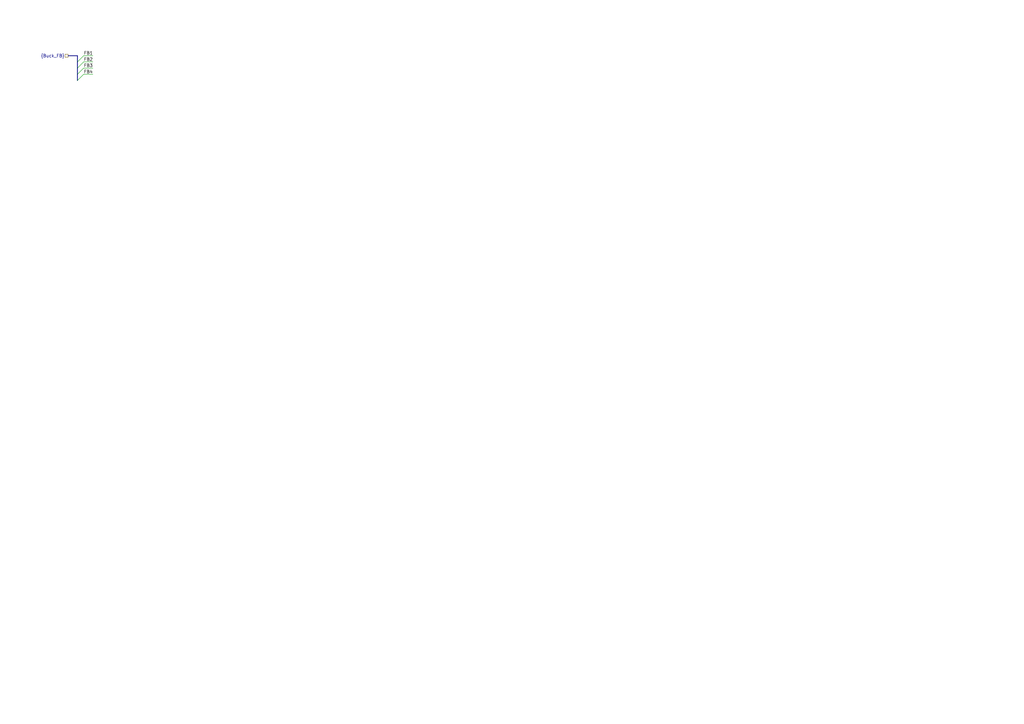
<source format=kicad_sch>
(kicad_sch (version 20230121) (generator eeschema)

  (uuid 55fa093d-5b97-41c2-aa16-f99a37a4be61)

  (paper "A3")
  (lib_symbols)

  (bus_entry (at 31.75 25.4) (size 2.54 -2.54)
    (stroke (width 0) (type default))
    (uuid 04d21e9d-8eb9-4658-a875-aecf0ac53008)
  )
  (bus_entry (at 31.75 27.94) (size 2.54 -2.54)
    (stroke (width 0) (type default))
    (uuid 41650ae7-1215-42ad-a7f9-8a1ed48812d3)
  )
  (bus_entry (at 31.75 30.48) (size 2.54 -2.54)
    (stroke (width 0) (type default))
    (uuid 4df40660-f70d-4fc8-8495-99c1e95b337f)
  )
  (bus_entry (at 31.75 33.02) (size 2.54 -2.54)
    (stroke (width 0) (type default))
    (uuid 5c52dd43-03d2-4183-b2bb-227595968d49)
  )

  (bus (pts (xy 27.94 22.86) (xy 31.75 22.86))
    (stroke (width 0) (type default))
    (uuid 036f8877-e92c-4f0f-b5b6-6725c52d4588)
  )
  (bus (pts (xy 31.75 25.4) (xy 31.75 27.94))
    (stroke (width 0) (type default))
    (uuid 1439136f-b219-497b-b52e-832c1a3338d2)
  )
  (wire (pts (xy 34.29 22.86) (xy 38.1 22.86))
    (stroke (width 0) (type default))
    (uuid 162dfbf5-ad6a-4bff-8431-d103fcedb6ce)
  )
  (bus (pts (xy 31.75 30.48) (xy 31.75 33.02))
    (stroke (width 0) (type default))
    (uuid 1a52b75b-653a-45b8-832f-ea758ebaa1b6)
  )
  (bus (pts (xy 31.75 22.86) (xy 31.75 25.4))
    (stroke (width 0) (type default))
    (uuid 4c5ad3ff-75e2-468a-9142-d29a0566ee37)
  )
  (wire (pts (xy 34.29 30.48) (xy 38.1 30.48))
    (stroke (width 0) (type default))
    (uuid 66c154d8-a28d-4718-9080-a250ca46eb0c)
  )
  (bus (pts (xy 31.75 27.94) (xy 31.75 30.48))
    (stroke (width 0) (type default))
    (uuid 95e9673d-7657-4b3a-a2de-9b3bb8a4de58)
  )
  (wire (pts (xy 34.29 25.4) (xy 38.1 25.4))
    (stroke (width 0) (type default))
    (uuid b4021ad6-e147-4afc-968e-304bd8ac8665)
  )
  (wire (pts (xy 34.29 27.94) (xy 38.1 27.94))
    (stroke (width 0) (type default))
    (uuid ce7b381b-0139-4caa-92f2-3ab5298e96e8)
  )

  (label "FB2" (at 38.1 25.4 180) (fields_autoplaced)
    (effects (font (size 1.27 1.27)) (justify right bottom))
    (uuid 21c992b7-f85b-4d9b-8e6e-8094536f2dbe)
  )
  (label "FB4" (at 38.1 30.48 180) (fields_autoplaced)
    (effects (font (size 1.27 1.27)) (justify right bottom))
    (uuid 88480111-f307-4d78-b77f-8817d4deb8f8)
  )
  (label "FB3" (at 38.1 27.94 180) (fields_autoplaced)
    (effects (font (size 1.27 1.27)) (justify right bottom))
    (uuid e9b8275f-4d5d-46a7-b413-83686adab730)
  )
  (label "FB1" (at 38.1 22.86 180) (fields_autoplaced)
    (effects (font (size 1.27 1.27)) (justify right bottom))
    (uuid f71d546f-03d2-430e-9f3b-d7e92fe0d586)
  )

  (hierarchical_label "{Buck_FB}" (shape passive) (at 27.94 22.86 180) (fields_autoplaced)
    (effects (font (size 1.27 1.27)) (justify right))
    (uuid b4daa14f-6b49-4c90-ab8f-92d2ea853a51)
  )
)

</source>
